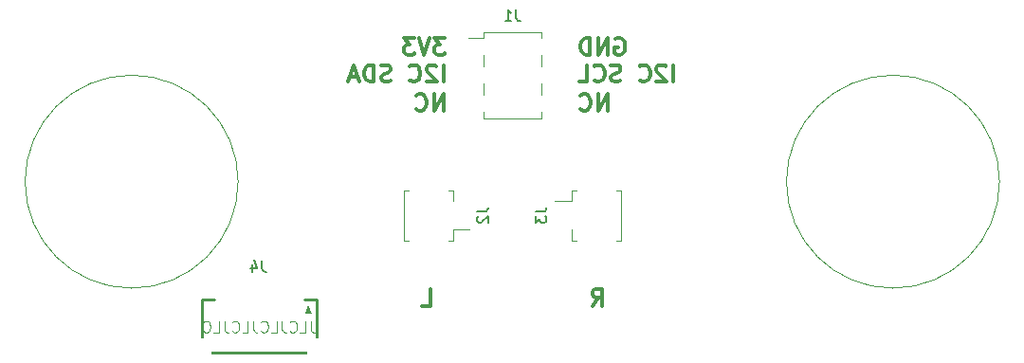
<source format=gbo>
%TF.GenerationSoftware,KiCad,Pcbnew,(5.1.5)-3*%
%TF.CreationDate,2020-05-31T21:31:08+02:00*%
%TF.ProjectId,speaker_grill,73706561-6b65-4725-9f67-72696c6c2e6b,rev?*%
%TF.SameCoordinates,PXbebc200PY5f5e100*%
%TF.FileFunction,Legend,Bot*%
%TF.FilePolarity,Positive*%
%FSLAX46Y46*%
G04 Gerber Fmt 4.6, Leading zero omitted, Abs format (unit mm)*
G04 Created by KiCad (PCBNEW (5.1.5)-3) date 2020-05-31 21:31:08*
%MOMM*%
%LPD*%
G04 APERTURE LIST*
%ADD10C,0.100000*%
%ADD11C,0.300000*%
%ADD12C,0.120000*%
%ADD13C,0.254000*%
%ADD14C,0.150000*%
%ADD15C,0.400000*%
%ADD16R,1.500000X1.900000*%
%ADD17R,0.700000X2.600000*%
%ADD18R,3.100000X1.100000*%
G04 APERTURE END LIST*
D10*
X-68005953Y11547620D02*
X-68005953Y10833334D01*
X-67958334Y10690477D01*
X-67863096Y10595239D01*
X-67720239Y10547620D01*
X-67625000Y10547620D01*
X-68958334Y10547620D02*
X-68482143Y10547620D01*
X-68482143Y11547620D01*
X-69863096Y10642858D02*
X-69815477Y10595239D01*
X-69672620Y10547620D01*
X-69577381Y10547620D01*
X-69434524Y10595239D01*
X-69339286Y10690477D01*
X-69291667Y10785715D01*
X-69244048Y10976191D01*
X-69244048Y11119048D01*
X-69291667Y11309524D01*
X-69339286Y11404762D01*
X-69434524Y11500000D01*
X-69577381Y11547620D01*
X-69672620Y11547620D01*
X-69815477Y11500000D01*
X-69863096Y11452381D01*
X-70577381Y11547620D02*
X-70577381Y10833334D01*
X-70529762Y10690477D01*
X-70434524Y10595239D01*
X-70291667Y10547620D01*
X-70196429Y10547620D01*
X-71529762Y10547620D02*
X-71053572Y10547620D01*
X-71053572Y11547620D01*
X-72434524Y10642858D02*
X-72386905Y10595239D01*
X-72244048Y10547620D01*
X-72148810Y10547620D01*
X-72005953Y10595239D01*
X-71910715Y10690477D01*
X-71863096Y10785715D01*
X-71815477Y10976191D01*
X-71815477Y11119048D01*
X-71863096Y11309524D01*
X-71910715Y11404762D01*
X-72005953Y11500000D01*
X-72148810Y11547620D01*
X-72244048Y11547620D01*
X-72386905Y11500000D01*
X-72434524Y11452381D01*
X-73148810Y11547620D02*
X-73148810Y10833334D01*
X-73101191Y10690477D01*
X-73005953Y10595239D01*
X-72863096Y10547620D01*
X-72767858Y10547620D01*
X-74101191Y10547620D02*
X-73625000Y10547620D01*
X-73625000Y11547620D01*
X-75005953Y10642858D02*
X-74958334Y10595239D01*
X-74815477Y10547620D01*
X-74720239Y10547620D01*
X-74577381Y10595239D01*
X-74482143Y10690477D01*
X-74434524Y10785715D01*
X-74386905Y10976191D01*
X-74386905Y11119048D01*
X-74434524Y11309524D01*
X-74482143Y11404762D01*
X-74577381Y11500000D01*
X-74720239Y11547620D01*
X-74815477Y11547620D01*
X-74958334Y11500000D01*
X-75005953Y11452381D01*
X-75720239Y11547620D02*
X-75720239Y10833334D01*
X-75672620Y10690477D01*
X-75577381Y10595239D01*
X-75434524Y10547620D01*
X-75339286Y10547620D01*
X-76672620Y10547620D02*
X-76196429Y10547620D01*
X-76196429Y11547620D01*
X-77577381Y10642858D02*
X-77529762Y10595239D01*
X-77386905Y10547620D01*
X-77291667Y10547620D01*
X-77148810Y10595239D01*
X-77053572Y10690477D01*
X-77005953Y10785715D01*
X-76958334Y10976191D01*
X-76958334Y11119048D01*
X-77005953Y11309524D01*
X-77053572Y11404762D01*
X-77148810Y11500000D01*
X-77291667Y11547620D01*
X-77386905Y11547620D01*
X-77529762Y11500000D01*
X-77577381Y11452381D01*
D11*
X-58064286Y12921429D02*
X-57350000Y12921429D01*
X-57350000Y14421429D01*
X-42864286Y12921429D02*
X-42364286Y13635715D01*
X-42007143Y12921429D02*
X-42007143Y14421429D01*
X-42578572Y14421429D01*
X-42721429Y14350000D01*
X-42792858Y14278572D01*
X-42864286Y14135715D01*
X-42864286Y13921429D01*
X-42792858Y13778572D01*
X-42721429Y13707143D01*
X-42578572Y13635715D01*
X-42007143Y13635715D01*
X-56152143Y30321429D02*
X-56152143Y31821429D01*
X-57009286Y30321429D01*
X-57009286Y31821429D01*
X-58580715Y30464286D02*
X-58509286Y30392858D01*
X-58295000Y30321429D01*
X-58152143Y30321429D01*
X-57937858Y30392858D01*
X-57795000Y30535715D01*
X-57723572Y30678572D01*
X-57652143Y30964286D01*
X-57652143Y31178572D01*
X-57723572Y31464286D01*
X-57795000Y31607143D01*
X-57937858Y31750000D01*
X-58152143Y31821429D01*
X-58295000Y31821429D01*
X-58509286Y31750000D01*
X-58580715Y31678572D01*
X-56152143Y32921429D02*
X-56152143Y34421429D01*
X-56795000Y34278572D02*
X-56866429Y34350000D01*
X-57009286Y34421429D01*
X-57366429Y34421429D01*
X-57509286Y34350000D01*
X-57580715Y34278572D01*
X-57652143Y34135715D01*
X-57652143Y33992858D01*
X-57580715Y33778572D01*
X-56723572Y32921429D01*
X-57652143Y32921429D01*
X-59152143Y33064286D02*
X-59080715Y32992858D01*
X-58866429Y32921429D01*
X-58723572Y32921429D01*
X-58509286Y32992858D01*
X-58366429Y33135715D01*
X-58295000Y33278572D01*
X-58223572Y33564286D01*
X-58223572Y33778572D01*
X-58295000Y34064286D01*
X-58366429Y34207143D01*
X-58509286Y34350000D01*
X-58723572Y34421429D01*
X-58866429Y34421429D01*
X-59080715Y34350000D01*
X-59152143Y34278572D01*
X-60866429Y32992858D02*
X-61080715Y32921429D01*
X-61437858Y32921429D01*
X-61580715Y32992858D01*
X-61652143Y33064286D01*
X-61723572Y33207143D01*
X-61723572Y33350000D01*
X-61652143Y33492858D01*
X-61580715Y33564286D01*
X-61437858Y33635715D01*
X-61152143Y33707143D01*
X-61009286Y33778572D01*
X-60937858Y33850000D01*
X-60866429Y33992858D01*
X-60866429Y34135715D01*
X-60937858Y34278572D01*
X-61009286Y34350000D01*
X-61152143Y34421429D01*
X-61509286Y34421429D01*
X-61723572Y34350000D01*
X-62366429Y32921429D02*
X-62366429Y34421429D01*
X-62723572Y34421429D01*
X-62937858Y34350000D01*
X-63080715Y34207143D01*
X-63152143Y34064286D01*
X-63223572Y33778572D01*
X-63223572Y33564286D01*
X-63152143Y33278572D01*
X-63080715Y33135715D01*
X-62937858Y32992858D01*
X-62723572Y32921429D01*
X-62366429Y32921429D01*
X-63795000Y33350000D02*
X-64509286Y33350000D01*
X-63652143Y32921429D02*
X-64152143Y34421429D01*
X-64652143Y32921429D01*
X-56009286Y36821429D02*
X-56937858Y36821429D01*
X-56437858Y36250000D01*
X-56652143Y36250000D01*
X-56795000Y36178572D01*
X-56866429Y36107143D01*
X-56937858Y35964286D01*
X-56937858Y35607143D01*
X-56866429Y35464286D01*
X-56795000Y35392858D01*
X-56652143Y35321429D01*
X-56223572Y35321429D01*
X-56080715Y35392858D01*
X-56009286Y35464286D01*
X-57366429Y36821429D02*
X-57866429Y35321429D01*
X-58366429Y36821429D01*
X-58723572Y36821429D02*
X-59652143Y36821429D01*
X-59152143Y36250000D01*
X-59366429Y36250000D01*
X-59509286Y36178572D01*
X-59580715Y36107143D01*
X-59652143Y35964286D01*
X-59652143Y35607143D01*
X-59580715Y35464286D01*
X-59509286Y35392858D01*
X-59366429Y35321429D01*
X-58937858Y35321429D01*
X-58795000Y35392858D01*
X-58723572Y35464286D01*
X-41490715Y30321429D02*
X-41490715Y31821429D01*
X-42347858Y30321429D01*
X-42347858Y31821429D01*
X-43919286Y30464286D02*
X-43847858Y30392858D01*
X-43633572Y30321429D01*
X-43490715Y30321429D01*
X-43276429Y30392858D01*
X-43133572Y30535715D01*
X-43062143Y30678572D01*
X-42990715Y30964286D01*
X-42990715Y31178572D01*
X-43062143Y31464286D01*
X-43133572Y31607143D01*
X-43276429Y31750000D01*
X-43490715Y31821429D01*
X-43633572Y31821429D01*
X-43847858Y31750000D01*
X-43919286Y31678572D01*
X-35633572Y32921429D02*
X-35633572Y34421429D01*
X-36276429Y34278572D02*
X-36347858Y34350000D01*
X-36490715Y34421429D01*
X-36847858Y34421429D01*
X-36990715Y34350000D01*
X-37062143Y34278572D01*
X-37133572Y34135715D01*
X-37133572Y33992858D01*
X-37062143Y33778572D01*
X-36205000Y32921429D01*
X-37133572Y32921429D01*
X-38633572Y33064286D02*
X-38562143Y32992858D01*
X-38347858Y32921429D01*
X-38205000Y32921429D01*
X-37990715Y32992858D01*
X-37847858Y33135715D01*
X-37776429Y33278572D01*
X-37705000Y33564286D01*
X-37705000Y33778572D01*
X-37776429Y34064286D01*
X-37847858Y34207143D01*
X-37990715Y34350000D01*
X-38205000Y34421429D01*
X-38347858Y34421429D01*
X-38562143Y34350000D01*
X-38633572Y34278572D01*
X-40347858Y32992858D02*
X-40562143Y32921429D01*
X-40919286Y32921429D01*
X-41062143Y32992858D01*
X-41133572Y33064286D01*
X-41205000Y33207143D01*
X-41205000Y33350000D01*
X-41133572Y33492858D01*
X-41062143Y33564286D01*
X-40919286Y33635715D01*
X-40633572Y33707143D01*
X-40490715Y33778572D01*
X-40419286Y33850000D01*
X-40347858Y33992858D01*
X-40347858Y34135715D01*
X-40419286Y34278572D01*
X-40490715Y34350000D01*
X-40633572Y34421429D01*
X-40990715Y34421429D01*
X-41205000Y34350000D01*
X-42705000Y33064286D02*
X-42633572Y32992858D01*
X-42419286Y32921429D01*
X-42276429Y32921429D01*
X-42062143Y32992858D01*
X-41919286Y33135715D01*
X-41847858Y33278572D01*
X-41776429Y33564286D01*
X-41776429Y33778572D01*
X-41847858Y34064286D01*
X-41919286Y34207143D01*
X-42062143Y34350000D01*
X-42276429Y34421429D01*
X-42419286Y34421429D01*
X-42633572Y34350000D01*
X-42705000Y34278572D01*
X-44062143Y32921429D02*
X-43347858Y32921429D01*
X-43347858Y34421429D01*
X-40776429Y36750000D02*
X-40633572Y36821429D01*
X-40419286Y36821429D01*
X-40205000Y36750000D01*
X-40062143Y36607143D01*
X-39990715Y36464286D01*
X-39919286Y36178572D01*
X-39919286Y35964286D01*
X-39990715Y35678572D01*
X-40062143Y35535715D01*
X-40205000Y35392858D01*
X-40419286Y35321429D01*
X-40562143Y35321429D01*
X-40776429Y35392858D01*
X-40847858Y35464286D01*
X-40847858Y35964286D01*
X-40562143Y35964286D01*
X-41490715Y35321429D02*
X-41490715Y36821429D01*
X-42347858Y35321429D01*
X-42347858Y36821429D01*
X-43062143Y35321429D02*
X-43062143Y36821429D01*
X-43419286Y36821429D01*
X-43633572Y36750000D01*
X-43776429Y36607143D01*
X-43847858Y36464286D01*
X-43919286Y36178572D01*
X-43919286Y35964286D01*
X-43847858Y35678572D01*
X-43776429Y35535715D01*
X-43633572Y35392858D01*
X-43419286Y35321429D01*
X-43062143Y35321429D01*
D12*
X-6499999Y24000000D02*
G75*
G03X-6499999Y24000000I-9513149J0D01*
G01*
X-74486851Y24000000D02*
G75*
G03X-74486851Y24000000I-9513149J0D01*
G01*
D13*
%TO.C,J4*%
X-67500000Y8700000D02*
X-67500000Y13500000D01*
X-77700000Y8700000D02*
X-77700000Y13500000D01*
X-67500000Y8700000D02*
X-77700000Y8700000D01*
X-67500000Y13500000D02*
X-68569000Y13500000D01*
X-76631000Y13500000D02*
X-77700000Y13500000D01*
D10*
G36*
X-67900000Y12200000D02*
G01*
X-68400000Y12200000D01*
X-68500000Y12200000D01*
X-68200000Y13000000D01*
X-67900000Y12200000D01*
G37*
D12*
%TO.C,J3*%
X-40290000Y18765000D02*
X-40740000Y18765000D01*
X-40290000Y23235000D02*
X-40290000Y18765000D01*
X-40740000Y23235000D02*
X-40290000Y23235000D01*
X-44710000Y18765000D02*
X-44710000Y19715000D01*
X-44260000Y18765000D02*
X-44710000Y18765000D01*
X-44710000Y22285000D02*
X-46200000Y22285000D01*
X-44710000Y23235000D02*
X-44710000Y22285000D01*
X-44260000Y23235000D02*
X-44710000Y23235000D01*
%TO.C,J2*%
X-59710000Y23235000D02*
X-59260000Y23235000D01*
X-59710000Y18765000D02*
X-59710000Y23235000D01*
X-59260000Y18765000D02*
X-59710000Y18765000D01*
X-55290000Y23235000D02*
X-55290000Y22285000D01*
X-55740000Y23235000D02*
X-55290000Y23235000D01*
X-55290000Y19715000D02*
X-53800000Y19715000D01*
X-55290000Y18765000D02*
X-55290000Y19715000D01*
X-55740000Y18765000D02*
X-55290000Y18765000D01*
%TO.C,J1*%
X-52600000Y36800000D02*
X-53960000Y36800000D01*
X-47400000Y30200000D02*
X-47400000Y29630000D01*
X-47400000Y32740000D02*
X-47400000Y31720000D01*
X-47400000Y35280000D02*
X-47400000Y34260000D01*
X-47400000Y37370000D02*
X-47400000Y36800000D01*
X-47400000Y29630000D02*
X-52600000Y29630000D01*
X-52600000Y30200000D02*
X-52600000Y29630000D01*
X-52600000Y32740000D02*
X-52600000Y31720000D01*
X-52600000Y35280000D02*
X-52600000Y34260000D01*
X-52600000Y37370000D02*
X-52600000Y36800000D01*
X-47400000Y37370000D02*
X-52600000Y37370000D01*
%TO.C,J4*%
D14*
X-72366667Y16947620D02*
X-72366667Y16233334D01*
X-72319048Y16090477D01*
X-72223810Y15995239D01*
X-72080953Y15947620D01*
X-71985715Y15947620D01*
X-73271429Y16614286D02*
X-73271429Y15947620D01*
X-73033334Y16995239D02*
X-72795239Y16280953D01*
X-73414286Y16280953D01*
%TO.C,J3*%
X-47947620Y21333334D02*
X-47233334Y21333334D01*
X-47090477Y21380953D01*
X-46995239Y21476191D01*
X-46947620Y21619048D01*
X-46947620Y21714286D01*
X-47947620Y20952381D02*
X-47947620Y20333334D01*
X-47566667Y20666667D01*
X-47566667Y20523810D01*
X-47519048Y20428572D01*
X-47471429Y20380953D01*
X-47376191Y20333334D01*
X-47138096Y20333334D01*
X-47042858Y20380953D01*
X-46995239Y20428572D01*
X-46947620Y20523810D01*
X-46947620Y20809524D01*
X-46995239Y20904762D01*
X-47042858Y20952381D01*
%TO.C,J2*%
X-53147620Y21333334D02*
X-52433334Y21333334D01*
X-52290477Y21380953D01*
X-52195239Y21476191D01*
X-52147620Y21619048D01*
X-52147620Y21714286D01*
X-53052381Y20904762D02*
X-53100000Y20857143D01*
X-53147620Y20761905D01*
X-53147620Y20523810D01*
X-53100000Y20428572D01*
X-53052381Y20380953D01*
X-52957143Y20333334D01*
X-52861905Y20333334D01*
X-52719048Y20380953D01*
X-52147620Y20952381D01*
X-52147620Y20333334D01*
%TO.C,J1*%
X-49666667Y39357620D02*
X-49666667Y38643334D01*
X-49619048Y38500477D01*
X-49523810Y38405239D01*
X-49380953Y38357620D01*
X-49285715Y38357620D01*
X-50666667Y38357620D02*
X-50095239Y38357620D01*
X-50380953Y38357620D02*
X-50380953Y39357620D01*
X-50285715Y39214762D01*
X-50190477Y39119524D01*
X-50095239Y39071905D01*
%TD*%
%LPC*%
D11*
X-35483141Y9061119D02*
X-36196447Y9023736D01*
X-36136332Y9241467D02*
X-37319350Y7248249D01*
X-37184165Y7398387D02*
X-38325456Y7338575D01*
X-39087664Y6869469D02*
X-39020072Y6944538D01*
X-38888625Y7166007D01*
X-38824771Y7312407D01*
X-38764655Y7530137D01*
X-38712016Y7890529D01*
X-38726969Y8175851D01*
X-38816991Y8528767D01*
X-38899537Y8739020D01*
X-38978344Y8877943D01*
X-39132220Y9084459D01*
X-39207289Y9152051D01*
X-40052042Y8893200D02*
X-40194704Y8885723D01*
X-40333627Y8806916D01*
X-40401219Y8731847D01*
X-40465073Y8585447D01*
X-40521451Y8296386D01*
X-40502760Y7939733D01*
X-40416476Y7658149D01*
X-40337669Y7519225D01*
X-40262600Y7451633D01*
X-40116200Y7387779D01*
X-39973539Y7395256D01*
X-39834615Y7474063D01*
X-39767023Y7549132D01*
X-39703169Y7695531D01*
X-39646791Y7984592D01*
X-39665483Y8341246D01*
X-39751767Y8622830D01*
X-39830574Y8761753D01*
X-39905643Y8829346D01*
X-40052042Y8893200D01*
X-41122306Y7478104D02*
X-41189898Y7403035D01*
X-41114829Y7335443D01*
X-41047237Y7410512D01*
X-41122306Y7478104D01*
X-41114829Y7335443D01*
X-42042128Y7286845D02*
X-41903205Y7365653D01*
X-41835613Y7440722D01*
X-41771759Y7587121D01*
X-41794188Y8015105D01*
X-41872996Y8154028D01*
X-41948065Y8221621D01*
X-42094464Y8285475D01*
X-42308456Y8274260D01*
X-42447379Y8195453D01*
X-42514972Y8120384D01*
X-42578826Y7973984D01*
X-42556396Y7546000D01*
X-42477589Y7407077D01*
X-42402520Y7339485D01*
X-42256120Y7275630D01*
X-42042128Y7286845D01*
X-43010852Y6663864D02*
X-43085921Y6731456D01*
X-43239797Y6937972D01*
X-43318604Y7076895D01*
X-43401150Y7287149D01*
X-43491172Y7640064D01*
X-43506125Y7925387D01*
X-43453485Y8285778D01*
X-43393370Y8503509D01*
X-43329516Y8649908D01*
X-43198069Y8871377D01*
X-43130477Y8946446D01*
X-43817919Y7050727D02*
X-44959210Y6990914D01*
X-46475542Y8628085D02*
X-45090656Y6769446D01*
X-46682058Y8474209D02*
X-47395364Y8436826D01*
X-2121394Y36531697D02*
X-2199898Y38029642D01*
X-2643139Y36933513D01*
X-3198528Y37977306D01*
X-3120024Y36479361D01*
X-4047323Y36430764D02*
X-3908400Y36509571D01*
X-3840807Y36584640D01*
X-3776953Y36731039D01*
X-3799383Y37159024D01*
X-3878190Y37297947D01*
X-3953259Y37365539D01*
X-4099659Y37429393D01*
X-4313651Y37418178D01*
X-4452574Y37339371D01*
X-4520166Y37264302D01*
X-4584020Y37117902D01*
X-4561591Y36689918D01*
X-4482783Y36550995D01*
X-4407714Y36483403D01*
X-4261315Y36419549D01*
X-4047323Y36430764D01*
X-5188614Y36370951D02*
X-5240950Y37369581D01*
X-5225996Y37084258D02*
X-5304804Y37223181D01*
X-5379873Y37290773D01*
X-5526272Y37354627D01*
X-5668934Y37347151D01*
X-6690296Y36363778D02*
X-6543897Y36299924D01*
X-6258574Y36314877D01*
X-6119651Y36393684D01*
X-6055797Y36540084D01*
X-6085703Y37110729D01*
X-6164510Y37249652D01*
X-6310910Y37313506D01*
X-6596233Y37298553D01*
X-6735156Y37219746D01*
X-6799010Y37073346D01*
X-6791533Y36930685D01*
X-6070750Y36825406D01*
X-8593492Y37193881D02*
X-8541156Y36195252D01*
X-8586015Y37051220D02*
X-8661084Y37118812D01*
X-8807484Y37182666D01*
X-9021476Y37171452D01*
X-9160399Y37092644D01*
X-9224253Y36946245D01*
X-9183132Y36161607D01*
X-10110431Y36113010D02*
X-9971508Y36191817D01*
X-9903915Y36266886D01*
X-9840061Y36413285D01*
X-9862491Y36841270D01*
X-9941298Y36980193D01*
X-10016367Y37047785D01*
X-10162767Y37111639D01*
X-10376759Y37100424D01*
X-10515682Y37021617D01*
X-10583274Y36946548D01*
X-10647128Y36800148D01*
X-10624699Y36372164D01*
X-10545891Y36233241D01*
X-10470822Y36165649D01*
X-10324423Y36101795D01*
X-10110431Y36113010D01*
X-11251722Y36053197D02*
X-11304057Y37051827D01*
X-11330225Y37551141D02*
X-11255157Y37483549D01*
X-11322749Y37408480D01*
X-11397818Y37476072D01*
X-11330225Y37551141D01*
X-11322749Y37408480D01*
X-11897436Y36090883D02*
X-12036359Y36012076D01*
X-12321682Y35997123D01*
X-12468081Y36060977D01*
X-12546889Y36199900D01*
X-12550627Y36271231D01*
X-12486773Y36417630D01*
X-12347850Y36496438D01*
X-12133858Y36507652D01*
X-11994935Y36586460D01*
X-11931080Y36732859D01*
X-11934819Y36804190D01*
X-12013626Y36943113D01*
X-12160026Y37006967D01*
X-12374018Y36995752D01*
X-12512941Y36916945D01*
X-13752034Y35993688D02*
X-13605634Y35929834D01*
X-13320311Y35944787D01*
X-13181388Y36023594D01*
X-13117534Y36169994D01*
X-13147440Y36740639D01*
X-13226248Y36879562D01*
X-13372647Y36943416D01*
X-13657970Y36928463D01*
X-13796893Y36849656D01*
X-13860747Y36703256D01*
X-13853271Y36560595D01*
X-13132487Y36455316D01*
X-15644014Y36609799D02*
X-16785305Y36549987D01*
X-16762875Y36122003D02*
X-15621584Y36181815D01*
X-17498612Y36512604D02*
X-18639903Y36452791D01*
X-18617473Y36024807D02*
X-17476182Y36084620D01*
X-20453379Y35570959D02*
X-20505715Y36569588D01*
X-20498239Y36426927D02*
X-20573308Y36494519D01*
X-20719707Y36558373D01*
X-20933699Y36547158D01*
X-21072623Y36468351D01*
X-21136477Y36321952D01*
X-21095356Y35537314D01*
X-21136477Y36321952D02*
X-21215284Y36460875D01*
X-21361684Y36524729D01*
X-21575676Y36513514D01*
X-21714599Y36434707D01*
X-21778453Y36288307D01*
X-21737332Y35503669D01*
X-22664631Y35455072D02*
X-22525707Y35533879D01*
X-22458115Y35608948D01*
X-22394261Y35755348D01*
X-22416691Y36183332D01*
X-22495498Y36322255D01*
X-22570567Y36389847D01*
X-22716966Y36453701D01*
X-22930959Y36442487D01*
X-23069882Y36363679D01*
X-23137474Y36288610D01*
X-23201328Y36142211D01*
X-23178898Y35714227D01*
X-23100091Y35575303D01*
X-23025022Y35507711D01*
X-22878623Y35443857D01*
X-22664631Y35455072D01*
X-23805921Y35395259D02*
X-23858257Y36393889D01*
X-23843304Y36108566D02*
X-23922111Y36247489D01*
X-23997180Y36315082D01*
X-24143580Y36378936D01*
X-24286241Y36371459D01*
X-25307604Y35388086D02*
X-25161204Y35324232D01*
X-24875882Y35339185D01*
X-24736959Y35417992D01*
X-24673104Y35564392D01*
X-24703011Y36135037D01*
X-24781818Y36273960D01*
X-24928218Y36337815D01*
X-25213540Y36322861D01*
X-25352463Y36244054D01*
X-25416317Y36097655D01*
X-25408841Y35954993D01*
X-24688058Y35849715D01*
X-27158463Y35219560D02*
X-27236967Y36717504D01*
X-27207061Y36146859D02*
X-27353461Y36210713D01*
X-27638783Y36195760D01*
X-27777707Y36116953D01*
X-27845299Y36041884D01*
X-27909153Y35895484D01*
X-27886723Y35467500D01*
X-27807916Y35328577D01*
X-27732847Y35260984D01*
X-27586448Y35197130D01*
X-27301125Y35212083D01*
X-27162202Y35290891D01*
X-29088130Y35189957D02*
X-28941730Y35126103D01*
X-28656408Y35141056D01*
X-28517485Y35219863D01*
X-28453631Y35366263D01*
X-28483537Y35936908D01*
X-28562344Y36075832D01*
X-28708744Y36139686D01*
X-28994066Y36124732D01*
X-29132989Y36045925D01*
X-29196844Y35899526D01*
X-29189367Y35756864D01*
X-28468584Y35651586D01*
X-29636043Y36091088D02*
X-30206688Y36061182D01*
X-29876203Y36579188D02*
X-29808913Y35295236D01*
X-29872768Y35148836D01*
X-30011691Y35070029D01*
X-30154352Y35062552D01*
X-30492011Y36046229D02*
X-31062656Y36016322D01*
X-30732171Y36534328D02*
X-30664882Y35250376D01*
X-30728736Y35103977D01*
X-30867659Y35025169D01*
X-31010320Y35017693D01*
X-32084019Y35032949D02*
X-31937619Y34969095D01*
X-31652296Y34984048D01*
X-31513373Y35062855D01*
X-31449519Y35209255D01*
X-31479425Y35779901D01*
X-31558233Y35918824D01*
X-31704632Y35982678D01*
X-31989955Y35967725D01*
X-32128878Y35888917D01*
X-32192732Y35742518D01*
X-32185256Y35599856D01*
X-31464472Y35494578D01*
X-32793587Y34924236D02*
X-32845923Y35922865D01*
X-32830970Y35637543D02*
X-32909777Y35776466D01*
X-32984846Y35844058D01*
X-33131246Y35907912D01*
X-33273907Y35900436D01*
X-53994143Y3966764D02*
X-53889508Y5463110D01*
X-54849197Y4026555D01*
X-54744563Y5522901D01*
X-55775507Y4091329D02*
X-55628015Y4152618D01*
X-55551778Y4218890D01*
X-55470558Y4356417D01*
X-55440663Y4783944D01*
X-55501952Y4931436D01*
X-55568224Y5007673D01*
X-55705750Y5088893D01*
X-55919514Y5103841D01*
X-56067006Y5042551D01*
X-56143243Y4976280D01*
X-56224463Y4838753D01*
X-56254358Y4411226D01*
X-56193069Y4263734D01*
X-56126797Y4187497D01*
X-55989271Y4106277D01*
X-55775507Y4091329D01*
X-57979416Y4317044D02*
X-58198162Y4260738D01*
X-58554435Y4285651D01*
X-58691962Y4366870D01*
X-58758234Y4443108D01*
X-58819523Y4590599D01*
X-58809558Y4733108D01*
X-58728338Y4870635D01*
X-58652101Y4936907D01*
X-58504609Y4998196D01*
X-58214608Y5049520D01*
X-58067117Y5110810D01*
X-57990879Y5177082D01*
X-57909660Y5314608D01*
X-57899694Y5457118D01*
X-57960984Y5604609D01*
X-58027256Y5680846D01*
X-58164782Y5762066D01*
X-58521055Y5786979D01*
X-58739802Y5730672D01*
X-59162346Y5831823D02*
X-60017401Y5891614D01*
X-59694509Y4365372D02*
X-59589874Y5861718D01*
X-60620818Y4430146D02*
X-60516183Y5926492D01*
X-61089704Y4892552D01*
X-61513747Y5996249D01*
X-61618382Y4499903D01*
X-62083784Y6036110D02*
X-63010093Y6100883D01*
X-62551172Y5495969D01*
X-62764936Y5510916D01*
X-62912428Y5449627D01*
X-62988665Y5383355D01*
X-63069885Y5245828D01*
X-63094798Y4889556D01*
X-63033508Y4742064D01*
X-62967236Y4665827D01*
X-62829710Y4584607D01*
X-62402182Y4554711D01*
X-62254691Y4616001D01*
X-62178453Y4682273D01*
X-63590095Y5998235D02*
X-63656367Y6074472D01*
X-63793894Y6155692D01*
X-64150167Y6180605D01*
X-64297658Y6119316D01*
X-64373896Y6053044D01*
X-64455115Y5915517D01*
X-64465081Y5773008D01*
X-64408774Y5554262D01*
X-63613510Y4639416D01*
X-64539820Y4704189D01*
X-65104874Y4815305D02*
X-65252365Y4754015D01*
X-65537384Y4773946D01*
X-65674910Y4855166D01*
X-65736200Y5002657D01*
X-65731217Y5073912D01*
X-65649997Y5211439D01*
X-65502505Y5272728D01*
X-65288742Y5257780D01*
X-65141250Y5319069D01*
X-65060030Y5456596D01*
X-65055048Y5527851D01*
X-65116337Y5675342D01*
X-65253863Y5756562D01*
X-65467627Y5771510D01*
X-65615119Y5710221D01*
X-67320246Y5901058D02*
X-67675021Y4923424D01*
X-67910213Y5655900D01*
X-68245058Y4963285D01*
X-68460319Y5980779D01*
X-69665166Y5134192D02*
X-69527640Y5052972D01*
X-69242622Y5033041D01*
X-69095130Y5094331D01*
X-69013910Y5231857D01*
X-68974049Y5801894D01*
X-69035339Y5949386D01*
X-69172865Y6030605D01*
X-69457883Y6050536D01*
X-69605375Y5989246D01*
X-69686595Y5851720D01*
X-69696560Y5709211D01*
X-68993980Y5516876D01*
X-70382695Y5112763D02*
X-70312938Y6110327D01*
X-70332869Y5825309D02*
X-70394158Y5972801D01*
X-70460430Y6049038D01*
X-70597957Y6130258D01*
X-70740466Y6140223D01*
X-71874058Y5288652D02*
X-71736532Y5207433D01*
X-71451513Y5187502D01*
X-71304022Y5248791D01*
X-71222802Y5386318D01*
X-71182941Y5956355D01*
X-71244230Y6103846D01*
X-71381757Y6185066D01*
X-71666775Y6204997D01*
X-71814267Y6143707D01*
X-71895487Y6006181D01*
X-71905452Y5863672D01*
X-71202871Y5671336D01*
X-73731660Y5346945D02*
X-73627025Y6843292D01*
X-74372951Y5391789D02*
X-74318142Y6175589D01*
X-74236923Y6313116D01*
X-74089431Y6374405D01*
X-73875667Y6359457D01*
X-73738140Y6278238D01*
X-73671869Y6202000D01*
X-75726788Y5486458D02*
X-75671979Y6270259D01*
X-75590759Y6407785D01*
X-75443268Y6469075D01*
X-75158249Y6449144D01*
X-75020723Y6367924D01*
X-75721805Y5557713D02*
X-75584279Y5476493D01*
X-75228006Y5451580D01*
X-75080514Y5512870D01*
X-74999294Y5650396D01*
X-74989329Y5792905D01*
X-75050618Y5940397D01*
X-75188145Y6021617D01*
X-75544418Y6046530D01*
X-75681944Y6127750D01*
X-76439334Y5536284D02*
X-76369577Y6533849D01*
X-76389508Y6248830D02*
X-76450797Y6396322D01*
X-76517069Y6472559D01*
X-76654595Y6553779D01*
X-76797105Y6563744D01*
X-77365643Y5601058D02*
X-77295887Y6598622D01*
X-77305852Y6456113D02*
X-77372124Y6532350D01*
X-77509650Y6613570D01*
X-77723414Y6628518D01*
X-77870906Y6567229D01*
X-77952126Y6429702D01*
X-78006934Y5645902D01*
X-77952126Y6429702D02*
X-78013415Y6577194D01*
X-78150942Y6658414D01*
X-78364705Y6673361D01*
X-78512197Y6612072D01*
X-78593417Y6474546D01*
X-78648225Y5690745D01*
X-79925825Y5851687D02*
X-79788299Y5770467D01*
X-79503280Y5750537D01*
X-79355789Y5811826D01*
X-79274569Y5949352D01*
X-79234708Y6519389D01*
X-79295997Y6666881D01*
X-79433524Y6748101D01*
X-79718542Y6768031D01*
X-79866034Y6706742D01*
X-79947254Y6569215D01*
X-79957219Y6426706D01*
X-79254638Y6234371D01*
X-81284645Y5875102D02*
X-81180010Y7371448D01*
X-81279662Y5946356D02*
X-81142136Y5865136D01*
X-80857117Y5845206D01*
X-80709626Y5906495D01*
X-80633388Y5972767D01*
X-80552169Y6110294D01*
X-80522273Y6537821D01*
X-80583562Y6685313D01*
X-80649834Y6761550D01*
X-80787361Y6842770D01*
X-81072379Y6862700D01*
X-81219871Y6801411D01*
X-83137264Y6004649D02*
X-83067507Y7002213D01*
X-83032629Y7500995D02*
X-82966357Y7424758D01*
X-83042594Y7358486D01*
X-83108866Y7434723D01*
X-83032629Y7500995D01*
X-83042594Y7358486D01*
X-83780053Y7052039D02*
X-83849809Y6054475D01*
X-83790018Y6909530D02*
X-83856290Y6985768D01*
X-83993817Y7066987D01*
X-84207580Y7081935D01*
X-84355072Y7020646D01*
X-84436292Y6883119D01*
X-84491101Y6099319D01*
X-86060199Y7211483D02*
X-86630236Y7251344D01*
X-86239085Y7725213D02*
X-86328772Y6442630D01*
X-86409992Y6305104D01*
X-86557483Y6243814D01*
X-86699992Y6253780D01*
X-87198774Y6288658D02*
X-87094140Y7785004D01*
X-87840066Y6333501D02*
X-87785257Y7117302D01*
X-87704037Y7254828D01*
X-87556545Y7316118D01*
X-87342782Y7301170D01*
X-87205255Y7219950D01*
X-87138983Y7143713D01*
X-89117665Y6494443D02*
X-88980139Y6413223D01*
X-88695121Y6393293D01*
X-88547629Y6454582D01*
X-88466409Y6592109D01*
X-88426548Y7162145D01*
X-88487838Y7309637D01*
X-88625364Y7390857D01*
X-88910382Y7410787D01*
X-89057874Y7349498D01*
X-89139094Y7211971D01*
X-89149059Y7069462D01*
X-88446479Y6877127D01*
X-57843130Y2682127D02*
X-57947765Y1185781D01*
X-57848113Y2610872D02*
X-57985639Y2692092D01*
X-58270658Y2712022D01*
X-58418149Y2650733D01*
X-58494387Y2584461D01*
X-58575606Y2446934D01*
X-58605502Y2019407D01*
X-58544213Y1871915D01*
X-58477941Y1795678D01*
X-58340414Y1714458D01*
X-58055396Y1694528D01*
X-57907904Y1755817D01*
X-59266724Y1779232D02*
X-59196967Y2776796D01*
X-59216898Y2491778D02*
X-59278187Y2639270D01*
X-59344459Y2715507D01*
X-59481985Y2796727D01*
X-59624495Y2806692D01*
X-60406797Y1858954D02*
X-60259305Y1920243D01*
X-60183068Y1986515D01*
X-60101848Y2124042D01*
X-60071952Y2551569D01*
X-60133242Y2699061D01*
X-60199514Y2775298D01*
X-60337040Y2856518D01*
X-60550804Y2871466D01*
X-60698296Y2810176D01*
X-60774533Y2743904D01*
X-60855753Y2606378D01*
X-60885648Y2178850D01*
X-60824359Y2031359D01*
X-60758087Y1955121D01*
X-60620561Y1873902D01*
X-60406797Y1858954D01*
X-62188161Y1983519D02*
X-62083526Y3479865D01*
X-62183179Y2054774D02*
X-62045652Y1973554D01*
X-61760634Y1953623D01*
X-61613142Y2014913D01*
X-61536905Y2081185D01*
X-61455685Y2218711D01*
X-61425789Y2646239D01*
X-61487079Y2793730D01*
X-61553351Y2869968D01*
X-61690877Y2951187D01*
X-61975896Y2971118D01*
X-62123387Y2909828D01*
X-63472242Y3075752D02*
X-63541998Y2078188D01*
X-62830950Y3030909D02*
X-62885759Y2247109D01*
X-62966979Y2109582D01*
X-63114471Y2048293D01*
X-63328234Y2063241D01*
X-63465761Y2144460D01*
X-63532033Y2220698D01*
X-64890852Y2244113D02*
X-64753326Y2162893D01*
X-64468308Y2142962D01*
X-64320816Y2204252D01*
X-64244579Y2270524D01*
X-64163359Y2408050D01*
X-64133463Y2835578D01*
X-64194753Y2983069D01*
X-64261025Y3059307D01*
X-64398551Y3140526D01*
X-64683569Y3160457D01*
X-64831061Y3099167D01*
X-65253606Y3200318D02*
X-65823643Y3240178D01*
X-65432492Y3714047D02*
X-65522178Y2431465D01*
X-65603398Y2293939D01*
X-65750890Y2232649D01*
X-65893399Y2242614D01*
X-66392181Y2277493D02*
X-66322425Y3275057D01*
X-66287546Y3773839D02*
X-66221274Y3697602D01*
X-66297512Y3631330D01*
X-66363784Y3707567D01*
X-66287546Y3773839D01*
X-66297512Y3631330D01*
X-67318491Y2342267D02*
X-67170999Y2403556D01*
X-67094762Y2469828D01*
X-67013542Y2607354D01*
X-66983646Y3034882D01*
X-67044936Y3182374D01*
X-67111208Y3258611D01*
X-67248734Y3339831D01*
X-67462498Y3354778D01*
X-67609990Y3293489D01*
X-67686227Y3227217D01*
X-67767447Y3089690D01*
X-67797342Y2662163D01*
X-67736053Y2514671D01*
X-67669781Y2438434D01*
X-67532254Y2357214D01*
X-67318491Y2342267D01*
X-68388807Y3419552D02*
X-68458564Y2421988D01*
X-68398773Y3277043D02*
X-68465045Y3353280D01*
X-68602571Y3434500D01*
X-68816335Y3449448D01*
X-68963827Y3388159D01*
X-69045046Y3250632D01*
X-69099855Y2466832D01*
X-71166238Y2611327D02*
X-71018746Y2672617D01*
X-70942509Y2738889D01*
X-70861289Y2876415D01*
X-70831393Y3303943D01*
X-70892683Y3451434D01*
X-70958955Y3527671D01*
X-71096481Y3608891D01*
X-71310245Y3623839D01*
X-71457737Y3562550D01*
X-71533974Y3496278D01*
X-71615194Y3358751D01*
X-71645089Y2931224D01*
X-71583800Y2783732D01*
X-71517528Y2707495D01*
X-71380001Y2626275D01*
X-71166238Y2611327D01*
X-72022791Y3673665D02*
X-72592827Y3713526D01*
X-72306311Y2691049D02*
X-72216624Y3973631D01*
X-72277913Y4121123D01*
X-72415440Y4202343D01*
X-72557949Y4212308D01*
X-74017919Y3813178D02*
X-74587955Y3853039D01*
X-74196804Y4326908D02*
X-74286491Y3044326D01*
X-74367711Y2906799D01*
X-74515203Y2845510D01*
X-74657712Y2855475D01*
X-75156494Y2890353D02*
X-75051859Y4386699D01*
X-75797785Y2935197D02*
X-75742976Y3718997D01*
X-75661757Y3856523D01*
X-75514265Y3917813D01*
X-75300501Y3902865D01*
X-75162975Y3821645D01*
X-75096703Y3745408D01*
X-76510331Y2985023D02*
X-76440574Y3982587D01*
X-76405696Y4481369D02*
X-76339424Y4405131D01*
X-76415661Y4338860D01*
X-76481933Y4415097D01*
X-76405696Y4481369D01*
X-76415661Y4338860D01*
X-77146639Y3101121D02*
X-77294131Y3039831D01*
X-77579149Y3059762D01*
X-77716676Y3140981D01*
X-77777965Y3288473D01*
X-77772983Y3359728D01*
X-77691763Y3497254D01*
X-77544271Y3558544D01*
X-77330507Y3543596D01*
X-77183016Y3604885D01*
X-77101796Y3742412D01*
X-77096813Y3813666D01*
X-77158103Y3961158D01*
X-77295629Y4042378D01*
X-77509393Y4057326D01*
X-77656885Y3996036D01*
X-79574278Y3199275D02*
X-79469643Y4695621D01*
X-79509504Y4125584D02*
X-79647030Y4206804D01*
X-79932048Y4226734D01*
X-80079540Y4165445D01*
X-80155777Y4099173D01*
X-80236997Y3961646D01*
X-80266893Y3534119D01*
X-80205603Y3386627D01*
X-80139331Y3310390D01*
X-80001805Y3229170D01*
X-79716787Y3209240D01*
X-79569295Y3270529D01*
X-81569406Y3338788D02*
X-81514597Y4122588D01*
X-81433377Y4260114D01*
X-81285885Y4321404D01*
X-81000867Y4301473D01*
X-80863341Y4220254D01*
X-81564423Y3410042D02*
X-81426896Y3328822D01*
X-81070624Y3303909D01*
X-80923132Y3365199D01*
X-80841912Y3502725D01*
X-80831947Y3645234D01*
X-80893236Y3792726D01*
X-81030763Y3873946D01*
X-81387036Y3898859D01*
X-81524562Y3980079D01*
X-82923243Y3433457D02*
X-82818608Y4929803D01*
X-82918260Y3504712D02*
X-82780733Y3423492D01*
X-82495715Y3403561D01*
X-82348223Y3464851D01*
X-82271986Y3531123D01*
X-82190766Y3668649D01*
X-82160871Y4096177D01*
X-82222160Y4243669D01*
X-82288432Y4319906D01*
X-82425959Y4401125D01*
X-82710977Y4421056D01*
X-82858469Y4359767D01*
X-84207323Y4525691D02*
X-84292027Y3314363D01*
X-84230738Y3166871D01*
X-84164466Y3090634D01*
X-84026939Y3009414D01*
X-83813176Y2994466D01*
X-83665684Y3055756D01*
X-84272097Y3599381D02*
X-84134570Y3518161D01*
X-83849552Y3498231D01*
X-83702060Y3559520D01*
X-83625823Y3625792D01*
X-83544603Y3763319D01*
X-83514708Y4190846D01*
X-83575997Y4338338D01*
X-83642269Y4414575D01*
X-83779796Y4495795D01*
X-84064814Y4515725D01*
X-84212306Y4454436D01*
X-85554679Y3689068D02*
X-85417153Y3607848D01*
X-85132134Y3587918D01*
X-84984643Y3649207D01*
X-84903423Y3786734D01*
X-84863562Y4356770D01*
X-84924851Y4504262D01*
X-85062378Y4585482D01*
X-85347396Y4605412D01*
X-85494888Y4544123D01*
X-85576108Y4406596D01*
X-85586073Y4264087D01*
X-84883492Y4071752D01*
X-71087982Y37745860D02*
X-70652138Y38501006D01*
X-70234101Y37820565D02*
X-70364834Y39314857D01*
X-70934088Y39265054D01*
X-71070176Y39181446D01*
X-71135108Y39104064D01*
X-71193814Y38955525D01*
X-71175137Y38742055D01*
X-71091530Y38605967D01*
X-71014148Y38541035D01*
X-70865609Y38482329D01*
X-70296355Y38532133D01*
X-72455959Y38629997D02*
X-72368803Y37633803D01*
X-71815548Y38686026D02*
X-71747069Y37903302D01*
X-71805775Y37754763D01*
X-71941863Y37671155D01*
X-72155333Y37652479D01*
X-72303872Y37711185D01*
X-72381254Y37776116D01*
X-73167527Y38567743D02*
X-73080371Y37571549D01*
X-73155076Y38425430D02*
X-73232458Y38490361D01*
X-73380997Y38549067D01*
X-73594467Y38530391D01*
X-73730556Y38446783D01*
X-73789262Y38298244D01*
X-73720782Y37515520D01*
X-74367418Y37530648D02*
X-74503506Y37447040D01*
X-74788133Y37422139D01*
X-74936672Y37480845D01*
X-75020280Y37616933D01*
X-75026505Y37688090D01*
X-74967799Y37836629D01*
X-74831711Y37920236D01*
X-74618241Y37938912D01*
X-74482153Y38022520D01*
X-74423447Y38171059D01*
X-74429672Y38242216D01*
X-74513280Y38378304D01*
X-74661819Y38437010D01*
X-74875289Y38418333D01*
X-75011377Y38334726D01*
X-77420934Y37191799D02*
X-77489413Y37974523D01*
X-77430707Y38123062D01*
X-77294619Y38206670D01*
X-77009992Y38231571D01*
X-76861453Y38172865D01*
X-77427159Y37262955D02*
X-77278620Y37204249D01*
X-76922836Y37235376D01*
X-76786748Y37318984D01*
X-76728042Y37467523D01*
X-76740493Y37609837D01*
X-76824101Y37745925D01*
X-76972640Y37804631D01*
X-77328423Y37773504D01*
X-77476962Y37832209D01*
X-78219657Y38125739D02*
X-78132501Y37129545D01*
X-78207206Y37983426D02*
X-78284588Y38048357D01*
X-78433127Y38107063D01*
X-78646598Y38088387D01*
X-78782686Y38004779D01*
X-78841392Y37856240D01*
X-78772912Y37073516D01*
X-80124891Y36955233D02*
X-80255624Y38449525D01*
X-80131116Y37026390D02*
X-79982577Y36967684D01*
X-79697950Y36992585D01*
X-79561862Y37076193D01*
X-79496931Y37153575D01*
X-79438225Y37302114D01*
X-79475577Y37729055D01*
X-79559185Y37865143D01*
X-79636567Y37930074D01*
X-79785106Y37988780D01*
X-80069733Y37963879D01*
X-80205821Y37880271D01*
X-82621603Y36808500D02*
X-82473064Y36749794D01*
X-82188437Y36774696D01*
X-82052349Y36858304D01*
X-81987417Y36935686D01*
X-81928712Y37084225D01*
X-81966064Y37511165D01*
X-82049672Y37647254D01*
X-82127054Y37712185D01*
X-82275593Y37770891D01*
X-82560220Y37745989D01*
X-82696308Y37662382D01*
X-83469259Y36662639D02*
X-83333171Y36746246D01*
X-83268239Y36823629D01*
X-83209533Y36972167D01*
X-83246886Y37399108D01*
X-83330493Y37535196D01*
X-83407876Y37600128D01*
X-83556414Y37658833D01*
X-83769885Y37640157D01*
X-83905973Y37556550D01*
X-83970904Y37479167D01*
X-84029610Y37330629D01*
X-83992258Y36903688D01*
X-83908650Y36767600D01*
X-83831268Y36702668D01*
X-83682729Y36643963D01*
X-83469259Y36662639D01*
X-84694923Y37559227D02*
X-84607767Y36563032D01*
X-84682472Y37416913D02*
X-84759854Y37481845D01*
X-84908393Y37540551D01*
X-85121863Y37521874D01*
X-85257951Y37438267D01*
X-85316657Y37289728D01*
X-85248178Y36507003D01*
X-85833431Y37459620D02*
X-86402685Y37409817D01*
X-86090479Y37939041D02*
X-85978422Y36658220D01*
X-86037128Y36509681D01*
X-86173216Y36426073D01*
X-86315529Y36413622D01*
X-86813627Y36370044D02*
X-86900782Y37366239D01*
X-86875881Y37081612D02*
X-86959488Y37217700D01*
X-87036870Y37282632D01*
X-87185409Y37341338D01*
X-87327723Y37328887D01*
X-87738665Y36289114D02*
X-87825820Y37285309D01*
X-87869398Y37783406D02*
X-87792016Y37718475D01*
X-87856947Y37641093D01*
X-87934330Y37706024D01*
X-87869398Y37783406D01*
X-87856947Y37641093D01*
X-88450232Y36226860D02*
X-88580966Y37721152D01*
X-88531163Y37151898D02*
X-88679701Y37210604D01*
X-88964329Y37185702D01*
X-89100417Y37102095D01*
X-89165348Y37024713D01*
X-89224054Y36876174D01*
X-89186701Y36449233D01*
X-89103094Y36313145D01*
X-89025712Y36248214D01*
X-88877173Y36189508D01*
X-88592546Y36214409D01*
X-88456458Y36298017D01*
X-90529777Y37048743D02*
X-90442622Y36052549D01*
X-89889366Y37104772D02*
X-89820887Y36322048D01*
X-89879593Y36173509D01*
X-90015681Y36089901D01*
X-90229151Y36071225D01*
X-90377690Y36129931D01*
X-90455072Y36194862D01*
X-91027875Y37005165D02*
X-91597129Y36955362D01*
X-91284923Y37484586D02*
X-91172865Y36203765D01*
X-91231571Y36055226D01*
X-91367660Y35971618D01*
X-91509973Y35959167D01*
X-92583550Y35936943D02*
X-92435011Y35878237D01*
X-92150384Y35903139D01*
X-92014296Y35986746D01*
X-91955590Y36135285D01*
X-92005393Y36704539D01*
X-92089001Y36840627D01*
X-92237540Y36899333D01*
X-92522167Y36874432D01*
X-92658255Y36790824D01*
X-92716961Y36642285D01*
X-92704510Y36499972D01*
X-91980492Y36419912D01*
X-93223961Y35880914D02*
X-93360049Y35797307D01*
X-93644676Y35772405D01*
X-93793215Y35831111D01*
X-93876822Y35967199D01*
X-93883048Y36038356D01*
X-93824342Y36186895D01*
X-93688254Y36270502D01*
X-93474784Y36289179D01*
X-93338695Y36372786D01*
X-93279989Y36521325D01*
X-93286215Y36592482D01*
X-93369822Y36728570D01*
X-93518361Y36787276D01*
X-93731832Y36768600D01*
X-93867920Y36684992D01*
X-95510751Y36612965D02*
X-96080005Y36563161D01*
X-95767799Y37092386D02*
X-95655742Y35811564D01*
X-95714448Y35663025D01*
X-95850536Y35579417D01*
X-95992849Y35566967D01*
X-96704417Y35504712D02*
X-96568329Y35588320D01*
X-96503397Y35665702D01*
X-96444691Y35814241D01*
X-96482044Y36241182D01*
X-96565651Y36377270D01*
X-96643034Y36442201D01*
X-96791573Y36500907D01*
X-97005043Y36482231D01*
X-97141131Y36398623D01*
X-97206062Y36321241D01*
X-97264768Y36172702D01*
X-97227416Y35745762D01*
X-97143808Y35609674D01*
X-97066426Y35544742D01*
X-96917887Y35486036D01*
X-96704417Y35504712D01*
X-72573497Y35056154D02*
X-72704231Y36550446D01*
X-72654427Y35981192D02*
X-72802966Y36039898D01*
X-73087593Y36014997D01*
X-73223682Y35931389D01*
X-73288613Y35854007D01*
X-73347319Y35705468D01*
X-73309966Y35278527D01*
X-73226359Y35142439D01*
X-73148977Y35077508D01*
X-73000438Y35018802D01*
X-72715811Y35043703D01*
X-72579722Y35127311D01*
X-74565886Y34881843D02*
X-74634366Y35664567D01*
X-74575660Y35813106D01*
X-74439572Y35896714D01*
X-74154945Y35921615D01*
X-74006406Y35862909D01*
X-74572112Y34953000D02*
X-74423573Y34894294D01*
X-74067789Y34925421D01*
X-73931701Y35009028D01*
X-73872995Y35157567D01*
X-73885446Y35299881D01*
X-73969053Y35435969D01*
X-74117592Y35494675D01*
X-74473376Y35463548D01*
X-74621915Y35522254D01*
X-75917865Y34763560D02*
X-76048599Y36257852D01*
X-75924090Y34834717D02*
X-75775551Y34776011D01*
X-75490924Y34800912D01*
X-75354836Y34884520D01*
X-75289905Y34961902D01*
X-75231199Y35110441D01*
X-75268551Y35537382D01*
X-75352159Y35673470D01*
X-75429541Y35738401D01*
X-75578080Y35797107D01*
X-75862707Y35772206D01*
X-75998795Y35688598D01*
X-77356999Y35641472D02*
X-77251167Y34431807D01*
X-77167560Y34295719D01*
X-77090178Y34230787D01*
X-76941639Y34172082D01*
X-76728168Y34190758D01*
X-76592080Y34274365D01*
X-77276069Y34716434D02*
X-77127530Y34657728D01*
X-76842903Y34682630D01*
X-76706815Y34766237D01*
X-76641883Y34843619D01*
X-76583178Y34992158D01*
X-76620530Y35419099D01*
X-76704138Y35555187D01*
X-76781520Y35620118D01*
X-76930059Y35678824D01*
X-77214686Y35653923D01*
X-77350774Y35570315D01*
X-78556891Y34604377D02*
X-78408352Y34545671D01*
X-78123725Y34570572D01*
X-77987637Y34654180D01*
X-77928931Y34802719D01*
X-77978734Y35371973D01*
X-78062341Y35508061D01*
X-78210880Y35566767D01*
X-78495507Y35541865D01*
X-78631596Y35458258D01*
X-78690302Y35309719D01*
X-78677851Y35167405D01*
X-77953832Y35087346D01*
X-79274684Y34613279D02*
X-79339615Y34535897D01*
X-79262233Y34470966D01*
X-79197302Y34548348D01*
X-79274684Y34613279D01*
X-79262233Y34470966D01*
X-79847486Y35423583D02*
X-80416740Y35373779D01*
X-80104534Y35903004D02*
X-79992477Y34622182D01*
X-80051183Y34473643D01*
X-80187271Y34390035D01*
X-80329584Y34377585D01*
X-81403161Y34355360D02*
X-81254622Y34296654D01*
X-80969995Y34321556D01*
X-80833907Y34405163D01*
X-80775201Y34553702D01*
X-80825004Y35122957D01*
X-80908612Y35259045D01*
X-81057151Y35317751D01*
X-81341778Y35292849D01*
X-81477866Y35209241D01*
X-81536572Y35060702D01*
X-81524121Y34918389D01*
X-80800103Y34838329D01*
X-82748914Y34165921D02*
X-82817394Y34948645D01*
X-82758688Y35097184D01*
X-82622600Y35180792D01*
X-82337973Y35205693D01*
X-82189434Y35146987D01*
X-82755140Y34237077D02*
X-82606601Y34178371D01*
X-82250817Y34209498D01*
X-82114729Y34293106D01*
X-82056023Y34441645D01*
X-82068474Y34583959D01*
X-82152081Y34720047D01*
X-82300620Y34778753D01*
X-82656404Y34747626D01*
X-82804943Y34806332D01*
X-83460482Y34103667D02*
X-83547638Y35099861D01*
X-83535187Y34957548D02*
X-83612569Y35022479D01*
X-83761108Y35081185D01*
X-83974578Y35062509D01*
X-84110666Y34978901D01*
X-84169372Y34830362D01*
X-84100893Y34047638D01*
X-84169372Y34830362D02*
X-84252980Y34966450D01*
X-84401519Y35025156D01*
X-84614989Y35006480D01*
X-84751077Y34922872D01*
X-84809783Y34774334D01*
X-84741304Y33991609D01*
X-86465065Y34844619D02*
X-87034319Y34794816D01*
X-86591380Y33829748D02*
X-86703437Y35110570D01*
X-86787045Y35246658D01*
X-86935584Y35305364D01*
X-87077897Y35292913D01*
X-87445261Y33755044D02*
X-87532417Y34751238D01*
X-87575994Y35249336D02*
X-87498612Y35184404D01*
X-87563544Y35107022D01*
X-87640926Y35171953D01*
X-87575994Y35249336D01*
X-87563544Y35107022D01*
X-88156828Y33692789D02*
X-88243984Y34688984D01*
X-88219083Y34404357D02*
X-88302690Y34540445D01*
X-88380072Y34605377D01*
X-88528611Y34664083D01*
X-88670925Y34651632D01*
X-89081866Y33611859D02*
X-89169022Y34608054D01*
X-89156571Y34465740D02*
X-89233953Y34530672D01*
X-89382492Y34589378D01*
X-89595963Y34570701D01*
X-89732051Y34487094D01*
X-89790757Y34338555D01*
X-89722277Y33555830D01*
X-89790757Y34338555D02*
X-89874364Y34474643D01*
X-90022903Y34533349D01*
X-90236374Y34514673D01*
X-90372462Y34431065D01*
X-90431168Y34282526D01*
X-90362688Y33499802D01*
X-91019098Y34446193D02*
X-91216569Y33425097D01*
X-91563450Y34111763D01*
X-91785823Y33375294D01*
X-92157606Y34346587D01*
X-93280115Y33244560D02*
X-93348595Y34027284D01*
X-93289889Y34175823D01*
X-93153801Y34259431D01*
X-92869174Y34284332D01*
X-92720635Y34225627D01*
X-93286341Y33315717D02*
X-93137802Y33257011D01*
X-92782018Y33288138D01*
X-92645930Y33371745D01*
X-92587224Y33520284D01*
X-92599675Y33662598D01*
X-92683282Y33798686D01*
X-92831821Y33857392D01*
X-93187605Y33826265D01*
X-93336144Y33884971D01*
X-93991683Y33182306D02*
X-94078839Y34178501D01*
X-94053937Y33893873D02*
X-94137545Y34029962D01*
X-94214927Y34094893D01*
X-94363466Y34153599D01*
X-94505779Y34141148D01*
X-95492201Y33122729D02*
X-95343662Y33064023D01*
X-95059035Y33088925D01*
X-94922946Y33172532D01*
X-94864240Y33321071D01*
X-94914044Y33890325D01*
X-94997651Y34026413D01*
X-95146190Y34085119D01*
X-95430817Y34060218D01*
X-95566905Y33976610D01*
X-95625611Y33828071D01*
X-95613161Y33685758D01*
X-94889142Y33605698D01*
X-4194926Y14475215D02*
X-4828853Y15834677D01*
X-4829202Y14652323D01*
X-5735161Y15412058D01*
X-5101233Y14052597D01*
X-6331223Y13479043D02*
X-6663280Y14191142D01*
X-6658918Y14350802D01*
X-6559632Y14475912D01*
X-6300687Y14596660D01*
X-6141027Y14592298D01*
X-6361410Y13543780D02*
X-6201750Y13539417D01*
X-5878069Y13690352D01*
X-5778783Y13815463D01*
X-5774421Y13975122D01*
X-5834795Y14104595D01*
X-5959905Y14203880D01*
X-6119565Y14208243D01*
X-6443246Y14057308D01*
X-6602906Y14061670D01*
X-7561212Y12905490D02*
X-8195139Y14264952D01*
X-7591399Y12970226D02*
X-7431739Y12965864D01*
X-7172794Y13086612D01*
X-7073509Y13211722D01*
X-7038959Y13306646D01*
X-7034597Y13466305D01*
X-7215719Y13854723D01*
X-7340830Y13954008D01*
X-7435753Y13988558D01*
X-7595412Y13992920D01*
X-7854357Y13872172D01*
X-7953643Y13747061D01*
X-8756652Y12426860D02*
X-8596992Y12422498D01*
X-8338047Y12543246D01*
X-8238761Y12668356D01*
X-8234399Y12828016D01*
X-8475895Y13345906D01*
X-8601006Y13445191D01*
X-8760665Y13449554D01*
X-9019610Y13328805D01*
X-9118896Y13203695D01*
X-9123258Y13044036D01*
X-9062884Y12914563D01*
X-8355147Y13086961D01*
X-10702753Y12543943D02*
X-10539080Y11516887D01*
X-11099895Y12043502D01*
X-11056970Y11275391D01*
X-11738534Y12060951D01*
X-11833806Y10913147D02*
X-12256424Y11819455D01*
X-12467733Y12272608D02*
X-12372810Y12238059D01*
X-12407359Y12143136D01*
X-12502282Y12177685D01*
X-12467733Y12272608D01*
X-12407359Y12143136D01*
X-12709578Y11608145D02*
X-13227468Y11366649D01*
X-13115096Y11970738D02*
X-12571729Y10805485D01*
X-12576092Y10645826D01*
X-12675377Y10520716D01*
X-12804850Y10460341D01*
X-13258004Y10249032D02*
X-13891931Y11608494D01*
X-13840630Y9977349D02*
X-14172687Y10689448D01*
X-14168325Y10849108D01*
X-14069039Y10974218D01*
X-13874831Y11064779D01*
X-13715171Y11060417D01*
X-13620248Y11025868D01*
X-16982172Y9615802D02*
X-15765269Y9710377D01*
X-16619927Y8838967D01*
X-17711371Y9827460D02*
X-18552942Y9435029D01*
X-17858292Y9128448D01*
X-18052501Y9037887D01*
X-18151787Y8912776D01*
X-18186336Y8817853D01*
X-18190698Y8658193D01*
X-18039763Y8334512D01*
X-17914653Y8235227D01*
X-17819729Y8200677D01*
X-17660070Y8196315D01*
X-17271652Y8377437D01*
X-17172367Y8502547D01*
X-17137818Y8597471D01*
X-19537422Y7320892D02*
X-20171349Y8680353D01*
X-19929853Y8162463D02*
X-20089513Y8166825D01*
X-20348458Y8046077D01*
X-20447743Y7920967D01*
X-20482292Y7826044D01*
X-20486655Y7666384D01*
X-20305533Y7277966D01*
X-20180422Y7178681D01*
X-20085499Y7144132D01*
X-19925839Y7139769D01*
X-19666894Y7260517D01*
X-19567609Y7385628D01*
X-21060557Y7714020D02*
X-20961620Y6656777D01*
X-21707919Y7412150D02*
X-20961620Y6656777D01*
X-20681212Y6393470D01*
X-20586289Y6358921D01*
X-20426629Y6354558D01*
X-22838972Y5781354D02*
X-23472899Y7140815D01*
X-23171029Y6493453D02*
X-23947864Y6131208D01*
X-23615807Y5419109D02*
X-24249734Y6778571D01*
X-24845796Y4845556D02*
X-25177853Y5557655D01*
X-25173491Y5717315D01*
X-25074205Y5842425D01*
X-24815260Y5963173D01*
X-24655601Y5958811D01*
X-24875983Y4910292D02*
X-24716323Y4905930D01*
X-24392642Y5056865D01*
X-24293357Y5181975D01*
X-24288994Y5341635D01*
X-24349368Y5471108D01*
X-24474479Y5570393D01*
X-24634138Y5574755D01*
X-24957820Y5423820D01*
X-25117479Y5428182D01*
X-26105972Y4336739D02*
X-25946313Y4332377D01*
X-25687367Y4453125D01*
X-25588082Y4578235D01*
X-25553533Y4673158D01*
X-25549170Y4832818D01*
X-25730293Y5221236D01*
X-25855403Y5320521D01*
X-25950326Y5355070D01*
X-26109986Y5359433D01*
X-26368931Y5238684D01*
X-26468216Y5113574D01*
X-26658412Y4000319D02*
X-27292339Y5359781D01*
X-27029380Y4457836D02*
X-27176302Y3758823D01*
X-27598920Y4665131D02*
X-26839534Y4388737D01*
X-28263383Y4906976D02*
X-29169691Y4484358D01*
X-27629456Y3547514D01*
X-28535763Y3124896D01*
X-29247862Y2792839D02*
X-29148577Y2917949D01*
X-29114028Y3012872D01*
X-29109665Y3172532D01*
X-29290787Y3560949D01*
X-29415898Y3660235D01*
X-29510821Y3694784D01*
X-29670481Y3699147D01*
X-29864689Y3608585D01*
X-29963975Y3483475D01*
X-29998524Y3388552D01*
X-30002886Y3228892D01*
X-29821764Y2840475D01*
X-29696654Y2741189D01*
X-29601731Y2706640D01*
X-29442071Y2702278D01*
X-29247862Y2792839D01*
X-30706261Y3216154D02*
X-30283643Y2309846D01*
X-30645887Y3086682D02*
X-30740810Y3121231D01*
X-30900470Y3125593D01*
X-31094679Y3035032D01*
X-31193964Y2909922D01*
X-31198326Y2750262D01*
X-30866269Y2038163D01*
X-32061709Y1559533D02*
X-31902049Y1555171D01*
X-31643104Y1675919D01*
X-31543819Y1801029D01*
X-31539457Y1960689D01*
X-31780953Y2478579D01*
X-31906063Y2577865D01*
X-32065723Y2582227D01*
X-32324668Y2461479D01*
X-32423953Y2336368D01*
X-32428315Y2176709D01*
X-32367941Y2047236D01*
X-31660205Y2219634D01*
D15*
X-22320192Y12767874D02*
X-21226128Y14460659D01*
X-21747111Y13654571D02*
X-22622590Y14389185D01*
X-23195671Y13502488D02*
X-22101607Y15195274D01*
X-24581847Y14665627D02*
X-24008766Y15552325D01*
X-23831612Y15652325D01*
X-23633601Y15610498D01*
X-23341774Y15365626D01*
X-23247960Y15162582D01*
X-24529749Y14746236D02*
X-24435934Y14543192D01*
X-24071151Y14237102D01*
X-23873139Y14195275D01*
X-23695986Y14295275D01*
X-23591789Y14456493D01*
X-23560549Y14678929D01*
X-23654364Y14881973D01*
X-24019147Y15188062D01*
X-24112962Y15391107D01*
X-25915924Y15909376D02*
X-25822109Y15706331D01*
X-25530283Y15461460D01*
X-25332271Y15419633D01*
X-25207216Y15439024D01*
X-25030063Y15539024D01*
X-24717473Y16022677D01*
X-24686233Y16245112D01*
X-24707092Y16386939D01*
X-24800907Y16589984D01*
X-25092733Y16834855D01*
X-25290745Y16876682D01*
X-26624632Y16379728D02*
X-25530568Y18072513D01*
X-26353759Y17147034D02*
X-27208285Y16869471D01*
X-26478909Y17997994D02*
X-26312042Y16863381D01*
X-28083954Y19344788D02*
X-28667607Y19834531D01*
X-27938136Y20092703D02*
X-28875905Y18641744D01*
X-29053059Y18541744D01*
X-29251070Y18583571D01*
X-29396983Y18706007D01*
X-29907680Y19134532D02*
X-28813616Y20827318D01*
X-30564289Y19685493D02*
X-29991208Y20572190D01*
X-29814055Y20672190D01*
X-29616043Y20630363D01*
X-29397173Y20446709D01*
X-29303358Y20243665D01*
X-29282500Y20101838D01*
X-31825410Y20868023D02*
X-31731595Y20664978D01*
X-31439769Y20420107D01*
X-31241757Y20378280D01*
X-31064604Y20478280D01*
X-30647817Y21123151D01*
X-30616577Y21345586D01*
X-30710392Y21548631D01*
X-31002219Y21793502D01*
X-31200230Y21835329D01*
X-31377384Y21735329D01*
X-31481580Y21574112D01*
X-30856211Y20800715D01*
X-33045004Y23507603D02*
X-34139068Y21814817D01*
X-33097102Y23426994D02*
X-33190917Y23630038D01*
X-33482744Y23874910D01*
X-33680755Y23916737D01*
X-33805810Y23897346D01*
X-33982963Y23797346D01*
X-34295553Y23313693D01*
X-34326793Y23091257D01*
X-34305935Y22949431D01*
X-34212120Y22746386D01*
X-33920293Y22501514D01*
X-33722282Y22459688D01*
X-35379426Y23725872D02*
X-35181414Y23684045D01*
X-35004261Y23784045D01*
X-34066492Y25235004D01*
X-36619688Y24766576D02*
X-36046607Y25653273D01*
X-35869454Y25753273D01*
X-35671442Y25711446D01*
X-35379616Y25466574D01*
X-35285801Y25263530D01*
X-36567590Y24847184D02*
X-36473775Y24644140D01*
X-36108992Y24338050D01*
X-35910980Y24296224D01*
X-35733827Y24396223D01*
X-35629630Y24557441D01*
X-35598391Y24779877D01*
X-35692205Y24982921D01*
X-36056989Y25289011D01*
X-36150803Y25492055D01*
X-36619878Y26507278D02*
X-37349254Y25378754D01*
X-36724075Y26346060D02*
X-36744933Y26487887D01*
X-36838748Y26690932D01*
X-37057618Y26874585D01*
X-37255629Y26916412D01*
X-37432783Y26816412D01*
X-38005864Y25929715D01*
X-39266984Y27112246D02*
X-39173170Y26909201D01*
X-38881343Y26664329D01*
X-38683332Y26622503D01*
X-38506178Y26722502D01*
X-38089392Y27367373D01*
X-38058152Y27589809D01*
X-38151967Y27792853D01*
X-38443793Y28037725D01*
X-38641805Y28079552D01*
X-38818958Y27979552D01*
X-38923155Y27818334D01*
X-38297785Y27044938D01*
X-39100403Y28588686D02*
X-39684056Y29078429D01*
X-38954585Y29336601D02*
X-39892354Y27885642D01*
X-40069507Y27785642D01*
X-40267519Y27827469D01*
X-40413432Y27949905D01*
X-40819932Y28539647D02*
X-40944987Y28520256D01*
X-40924128Y28378430D01*
X-40799073Y28397821D01*
X-40819932Y28539647D01*
X-40924128Y28378430D01*
X-40507342Y29023301D02*
X-39809206Y29929389D01*
X-39830064Y30071216D01*
X-39955119Y30051825D01*
X-40507342Y29023301D01*
X-39830064Y30071216D01*
D16*
%TO.C,J4*%
X-77600000Y9100000D03*
X-67600000Y9100000D03*
D17*
X-70100000Y14300000D03*
X-69100000Y14300000D03*
X-71100000Y14300000D03*
X-72100000Y14300000D03*
X-73100000Y14300000D03*
X-74100000Y14300000D03*
X-75100000Y14300000D03*
X-76100000Y14300000D03*
%TD*%
D10*
%TO.C,J3*%
G36*
X-41186234Y18923739D02*
G01*
X-41160810Y18919968D01*
X-41135878Y18913722D01*
X-41111678Y18905064D01*
X-41088444Y18894075D01*
X-41066398Y18880861D01*
X-41045754Y18865550D01*
X-41026710Y18848290D01*
X-41009450Y18829246D01*
X-40994139Y18808602D01*
X-40980925Y18786556D01*
X-40969936Y18763322D01*
X-40961278Y18739122D01*
X-40955032Y18714190D01*
X-40951261Y18688766D01*
X-40950000Y18663095D01*
X-40950000Y16986905D01*
X-40951261Y16961234D01*
X-40955032Y16935810D01*
X-40961278Y16910878D01*
X-40969936Y16886678D01*
X-40980925Y16863444D01*
X-40994139Y16841398D01*
X-41009450Y16820754D01*
X-41026710Y16801710D01*
X-41045754Y16784450D01*
X-41066398Y16769139D01*
X-41088444Y16755925D01*
X-41111678Y16744936D01*
X-41135878Y16736278D01*
X-41160810Y16730032D01*
X-41186234Y16726261D01*
X-41211905Y16725000D01*
X-43788095Y16725000D01*
X-43813766Y16726261D01*
X-43839190Y16730032D01*
X-43864122Y16736278D01*
X-43888322Y16744936D01*
X-43911556Y16755925D01*
X-43933602Y16769139D01*
X-43954246Y16784450D01*
X-43973290Y16801710D01*
X-43990550Y16820754D01*
X-44005861Y16841398D01*
X-44019075Y16863444D01*
X-44030064Y16886678D01*
X-44038722Y16910878D01*
X-44044968Y16935810D01*
X-44048739Y16961234D01*
X-44050000Y16986905D01*
X-44050000Y18663095D01*
X-44048739Y18688766D01*
X-44044968Y18714190D01*
X-44038722Y18739122D01*
X-44030064Y18763322D01*
X-44019075Y18786556D01*
X-44005861Y18808602D01*
X-43990550Y18829246D01*
X-43973290Y18848290D01*
X-43954246Y18865550D01*
X-43933602Y18880861D01*
X-43911556Y18894075D01*
X-43888322Y18905064D01*
X-43864122Y18913722D01*
X-43839190Y18919968D01*
X-43813766Y18923739D01*
X-43788095Y18925000D01*
X-41211905Y18925000D01*
X-41186234Y18923739D01*
G37*
G36*
X-41186234Y25273739D02*
G01*
X-41160810Y25269968D01*
X-41135878Y25263722D01*
X-41111678Y25255064D01*
X-41088444Y25244075D01*
X-41066398Y25230861D01*
X-41045754Y25215550D01*
X-41026710Y25198290D01*
X-41009450Y25179246D01*
X-40994139Y25158602D01*
X-40980925Y25136556D01*
X-40969936Y25113322D01*
X-40961278Y25089122D01*
X-40955032Y25064190D01*
X-40951261Y25038766D01*
X-40950000Y25013095D01*
X-40950000Y23336905D01*
X-40951261Y23311234D01*
X-40955032Y23285810D01*
X-40961278Y23260878D01*
X-40969936Y23236678D01*
X-40980925Y23213444D01*
X-40994139Y23191398D01*
X-41009450Y23170754D01*
X-41026710Y23151710D01*
X-41045754Y23134450D01*
X-41066398Y23119139D01*
X-41088444Y23105925D01*
X-41111678Y23094936D01*
X-41135878Y23086278D01*
X-41160810Y23080032D01*
X-41186234Y23076261D01*
X-41211905Y23075000D01*
X-43788095Y23075000D01*
X-43813766Y23076261D01*
X-43839190Y23080032D01*
X-43864122Y23086278D01*
X-43888322Y23094936D01*
X-43911556Y23105925D01*
X-43933602Y23119139D01*
X-43954246Y23134450D01*
X-43973290Y23151710D01*
X-43990550Y23170754D01*
X-44005861Y23191398D01*
X-44019075Y23213444D01*
X-44030064Y23236678D01*
X-44038722Y23260878D01*
X-44044968Y23285810D01*
X-44048739Y23311234D01*
X-44050000Y23336905D01*
X-44050000Y25013095D01*
X-44048739Y25038766D01*
X-44044968Y25064190D01*
X-44038722Y25089122D01*
X-44030064Y25113322D01*
X-44019075Y25136556D01*
X-44005861Y25158602D01*
X-43990550Y25179246D01*
X-43973290Y25198290D01*
X-43954246Y25215550D01*
X-43933602Y25230861D01*
X-43911556Y25244075D01*
X-43888322Y25255064D01*
X-43864122Y25263722D01*
X-43839190Y25269968D01*
X-43813766Y25273739D01*
X-43788095Y25275000D01*
X-41211905Y25275000D01*
X-41186234Y25273739D01*
G37*
G36*
X-44752946Y20823917D02*
G01*
X-44731105Y20820677D01*
X-44709686Y20815312D01*
X-44688896Y20807873D01*
X-44668936Y20798432D01*
X-44649997Y20787081D01*
X-44632262Y20773927D01*
X-44615901Y20759099D01*
X-44601073Y20742738D01*
X-44587919Y20725003D01*
X-44576568Y20706064D01*
X-44567127Y20686104D01*
X-44559688Y20665314D01*
X-44554323Y20643895D01*
X-44551083Y20622054D01*
X-44550000Y20600000D01*
X-44550000Y20150000D01*
X-44551083Y20127946D01*
X-44554323Y20106105D01*
X-44559688Y20084686D01*
X-44567127Y20063896D01*
X-44576568Y20043936D01*
X-44587919Y20024997D01*
X-44601073Y20007262D01*
X-44615901Y19990901D01*
X-44632262Y19976073D01*
X-44649997Y19962919D01*
X-44668936Y19951568D01*
X-44688896Y19942127D01*
X-44709686Y19934688D01*
X-44731105Y19929323D01*
X-44752946Y19926083D01*
X-44775000Y19925000D01*
X-46025000Y19925000D01*
X-46047054Y19926083D01*
X-46068895Y19929323D01*
X-46090314Y19934688D01*
X-46111104Y19942127D01*
X-46131064Y19951568D01*
X-46150003Y19962919D01*
X-46167738Y19976073D01*
X-46184099Y19990901D01*
X-46198927Y20007262D01*
X-46212081Y20024997D01*
X-46223432Y20043936D01*
X-46232873Y20063896D01*
X-46240312Y20084686D01*
X-46245677Y20106105D01*
X-46248917Y20127946D01*
X-46250000Y20150000D01*
X-46250000Y20600000D01*
X-46248917Y20622054D01*
X-46245677Y20643895D01*
X-46240312Y20665314D01*
X-46232873Y20686104D01*
X-46223432Y20706064D01*
X-46212081Y20725003D01*
X-46198927Y20742738D01*
X-46184099Y20759099D01*
X-46167738Y20773927D01*
X-46150003Y20787081D01*
X-46131064Y20798432D01*
X-46111104Y20807873D01*
X-46090314Y20815312D01*
X-46068895Y20820677D01*
X-46047054Y20823917D01*
X-46025000Y20825000D01*
X-44775000Y20825000D01*
X-44752946Y20823917D01*
G37*
G36*
X-44752946Y22073917D02*
G01*
X-44731105Y22070677D01*
X-44709686Y22065312D01*
X-44688896Y22057873D01*
X-44668936Y22048432D01*
X-44649997Y22037081D01*
X-44632262Y22023927D01*
X-44615901Y22009099D01*
X-44601073Y21992738D01*
X-44587919Y21975003D01*
X-44576568Y21956064D01*
X-44567127Y21936104D01*
X-44559688Y21915314D01*
X-44554323Y21893895D01*
X-44551083Y21872054D01*
X-44550000Y21850000D01*
X-44550000Y21400000D01*
X-44551083Y21377946D01*
X-44554323Y21356105D01*
X-44559688Y21334686D01*
X-44567127Y21313896D01*
X-44576568Y21293936D01*
X-44587919Y21274997D01*
X-44601073Y21257262D01*
X-44615901Y21240901D01*
X-44632262Y21226073D01*
X-44649997Y21212919D01*
X-44668936Y21201568D01*
X-44688896Y21192127D01*
X-44709686Y21184688D01*
X-44731105Y21179323D01*
X-44752946Y21176083D01*
X-44775000Y21175000D01*
X-46025000Y21175000D01*
X-46047054Y21176083D01*
X-46068895Y21179323D01*
X-46090314Y21184688D01*
X-46111104Y21192127D01*
X-46131064Y21201568D01*
X-46150003Y21212919D01*
X-46167738Y21226073D01*
X-46184099Y21240901D01*
X-46198927Y21257262D01*
X-46212081Y21274997D01*
X-46223432Y21293936D01*
X-46232873Y21313896D01*
X-46240312Y21334686D01*
X-46245677Y21356105D01*
X-46248917Y21377946D01*
X-46250000Y21400000D01*
X-46250000Y21850000D01*
X-46248917Y21872054D01*
X-46245677Y21893895D01*
X-46240312Y21915314D01*
X-46232873Y21936104D01*
X-46223432Y21956064D01*
X-46212081Y21975003D01*
X-46198927Y21992738D01*
X-46184099Y22009099D01*
X-46167738Y22023927D01*
X-46150003Y22037081D01*
X-46131064Y22048432D01*
X-46111104Y22057873D01*
X-46090314Y22065312D01*
X-46068895Y22070677D01*
X-46047054Y22073917D01*
X-46025000Y22075000D01*
X-44775000Y22075000D01*
X-44752946Y22073917D01*
G37*
%TD*%
%TO.C,J2*%
G36*
X-56186234Y25273739D02*
G01*
X-56160810Y25269968D01*
X-56135878Y25263722D01*
X-56111678Y25255064D01*
X-56088444Y25244075D01*
X-56066398Y25230861D01*
X-56045754Y25215550D01*
X-56026710Y25198290D01*
X-56009450Y25179246D01*
X-55994139Y25158602D01*
X-55980925Y25136556D01*
X-55969936Y25113322D01*
X-55961278Y25089122D01*
X-55955032Y25064190D01*
X-55951261Y25038766D01*
X-55950000Y25013095D01*
X-55950000Y23336905D01*
X-55951261Y23311234D01*
X-55955032Y23285810D01*
X-55961278Y23260878D01*
X-55969936Y23236678D01*
X-55980925Y23213444D01*
X-55994139Y23191398D01*
X-56009450Y23170754D01*
X-56026710Y23151710D01*
X-56045754Y23134450D01*
X-56066398Y23119139D01*
X-56088444Y23105925D01*
X-56111678Y23094936D01*
X-56135878Y23086278D01*
X-56160810Y23080032D01*
X-56186234Y23076261D01*
X-56211905Y23075000D01*
X-58788095Y23075000D01*
X-58813766Y23076261D01*
X-58839190Y23080032D01*
X-58864122Y23086278D01*
X-58888322Y23094936D01*
X-58911556Y23105925D01*
X-58933602Y23119139D01*
X-58954246Y23134450D01*
X-58973290Y23151710D01*
X-58990550Y23170754D01*
X-59005861Y23191398D01*
X-59019075Y23213444D01*
X-59030064Y23236678D01*
X-59038722Y23260878D01*
X-59044968Y23285810D01*
X-59048739Y23311234D01*
X-59050000Y23336905D01*
X-59050000Y25013095D01*
X-59048739Y25038766D01*
X-59044968Y25064190D01*
X-59038722Y25089122D01*
X-59030064Y25113322D01*
X-59019075Y25136556D01*
X-59005861Y25158602D01*
X-58990550Y25179246D01*
X-58973290Y25198290D01*
X-58954246Y25215550D01*
X-58933602Y25230861D01*
X-58911556Y25244075D01*
X-58888322Y25255064D01*
X-58864122Y25263722D01*
X-58839190Y25269968D01*
X-58813766Y25273739D01*
X-58788095Y25275000D01*
X-56211905Y25275000D01*
X-56186234Y25273739D01*
G37*
G36*
X-56186234Y18923739D02*
G01*
X-56160810Y18919968D01*
X-56135878Y18913722D01*
X-56111678Y18905064D01*
X-56088444Y18894075D01*
X-56066398Y18880861D01*
X-56045754Y18865550D01*
X-56026710Y18848290D01*
X-56009450Y18829246D01*
X-55994139Y18808602D01*
X-55980925Y18786556D01*
X-55969936Y18763322D01*
X-55961278Y18739122D01*
X-55955032Y18714190D01*
X-55951261Y18688766D01*
X-55950000Y18663095D01*
X-55950000Y16986905D01*
X-55951261Y16961234D01*
X-55955032Y16935810D01*
X-55961278Y16910878D01*
X-55969936Y16886678D01*
X-55980925Y16863444D01*
X-55994139Y16841398D01*
X-56009450Y16820754D01*
X-56026710Y16801710D01*
X-56045754Y16784450D01*
X-56066398Y16769139D01*
X-56088444Y16755925D01*
X-56111678Y16744936D01*
X-56135878Y16736278D01*
X-56160810Y16730032D01*
X-56186234Y16726261D01*
X-56211905Y16725000D01*
X-58788095Y16725000D01*
X-58813766Y16726261D01*
X-58839190Y16730032D01*
X-58864122Y16736278D01*
X-58888322Y16744936D01*
X-58911556Y16755925D01*
X-58933602Y16769139D01*
X-58954246Y16784450D01*
X-58973290Y16801710D01*
X-58990550Y16820754D01*
X-59005861Y16841398D01*
X-59019075Y16863444D01*
X-59030064Y16886678D01*
X-59038722Y16910878D01*
X-59044968Y16935810D01*
X-59048739Y16961234D01*
X-59050000Y16986905D01*
X-59050000Y18663095D01*
X-59048739Y18688766D01*
X-59044968Y18714190D01*
X-59038722Y18739122D01*
X-59030064Y18763322D01*
X-59019075Y18786556D01*
X-59005861Y18808602D01*
X-58990550Y18829246D01*
X-58973290Y18848290D01*
X-58954246Y18865550D01*
X-58933602Y18880861D01*
X-58911556Y18894075D01*
X-58888322Y18905064D01*
X-58864122Y18913722D01*
X-58839190Y18919968D01*
X-58813766Y18923739D01*
X-58788095Y18925000D01*
X-56211905Y18925000D01*
X-56186234Y18923739D01*
G37*
G36*
X-53952946Y22073917D02*
G01*
X-53931105Y22070677D01*
X-53909686Y22065312D01*
X-53888896Y22057873D01*
X-53868936Y22048432D01*
X-53849997Y22037081D01*
X-53832262Y22023927D01*
X-53815901Y22009099D01*
X-53801073Y21992738D01*
X-53787919Y21975003D01*
X-53776568Y21956064D01*
X-53767127Y21936104D01*
X-53759688Y21915314D01*
X-53754323Y21893895D01*
X-53751083Y21872054D01*
X-53750000Y21850000D01*
X-53750000Y21400000D01*
X-53751083Y21377946D01*
X-53754323Y21356105D01*
X-53759688Y21334686D01*
X-53767127Y21313896D01*
X-53776568Y21293936D01*
X-53787919Y21274997D01*
X-53801073Y21257262D01*
X-53815901Y21240901D01*
X-53832262Y21226073D01*
X-53849997Y21212919D01*
X-53868936Y21201568D01*
X-53888896Y21192127D01*
X-53909686Y21184688D01*
X-53931105Y21179323D01*
X-53952946Y21176083D01*
X-53975000Y21175000D01*
X-55225000Y21175000D01*
X-55247054Y21176083D01*
X-55268895Y21179323D01*
X-55290314Y21184688D01*
X-55311104Y21192127D01*
X-55331064Y21201568D01*
X-55350003Y21212919D01*
X-55367738Y21226073D01*
X-55384099Y21240901D01*
X-55398927Y21257262D01*
X-55412081Y21274997D01*
X-55423432Y21293936D01*
X-55432873Y21313896D01*
X-55440312Y21334686D01*
X-55445677Y21356105D01*
X-55448917Y21377946D01*
X-55450000Y21400000D01*
X-55450000Y21850000D01*
X-55448917Y21872054D01*
X-55445677Y21893895D01*
X-55440312Y21915314D01*
X-55432873Y21936104D01*
X-55423432Y21956064D01*
X-55412081Y21975003D01*
X-55398927Y21992738D01*
X-55384099Y22009099D01*
X-55367738Y22023927D01*
X-55350003Y22037081D01*
X-55331064Y22048432D01*
X-55311104Y22057873D01*
X-55290314Y22065312D01*
X-55268895Y22070677D01*
X-55247054Y22073917D01*
X-55225000Y22075000D01*
X-53975000Y22075000D01*
X-53952946Y22073917D01*
G37*
G36*
X-53952946Y20823917D02*
G01*
X-53931105Y20820677D01*
X-53909686Y20815312D01*
X-53888896Y20807873D01*
X-53868936Y20798432D01*
X-53849997Y20787081D01*
X-53832262Y20773927D01*
X-53815901Y20759099D01*
X-53801073Y20742738D01*
X-53787919Y20725003D01*
X-53776568Y20706064D01*
X-53767127Y20686104D01*
X-53759688Y20665314D01*
X-53754323Y20643895D01*
X-53751083Y20622054D01*
X-53750000Y20600000D01*
X-53750000Y20150000D01*
X-53751083Y20127946D01*
X-53754323Y20106105D01*
X-53759688Y20084686D01*
X-53767127Y20063896D01*
X-53776568Y20043936D01*
X-53787919Y20024997D01*
X-53801073Y20007262D01*
X-53815901Y19990901D01*
X-53832262Y19976073D01*
X-53849997Y19962919D01*
X-53868936Y19951568D01*
X-53888896Y19942127D01*
X-53909686Y19934688D01*
X-53931105Y19929323D01*
X-53952946Y19926083D01*
X-53975000Y19925000D01*
X-55225000Y19925000D01*
X-55247054Y19926083D01*
X-55268895Y19929323D01*
X-55290314Y19934688D01*
X-55311104Y19942127D01*
X-55331064Y19951568D01*
X-55350003Y19962919D01*
X-55367738Y19976073D01*
X-55384099Y19990901D01*
X-55398927Y20007262D01*
X-55412081Y20024997D01*
X-55423432Y20043936D01*
X-55432873Y20063896D01*
X-55440312Y20084686D01*
X-55445677Y20106105D01*
X-55448917Y20127946D01*
X-55450000Y20150000D01*
X-55450000Y20600000D01*
X-55448917Y20622054D01*
X-55445677Y20643895D01*
X-55440312Y20665314D01*
X-55432873Y20686104D01*
X-55423432Y20706064D01*
X-55412081Y20725003D01*
X-55398927Y20742738D01*
X-55384099Y20759099D01*
X-55367738Y20773927D01*
X-55350003Y20787081D01*
X-55331064Y20798432D01*
X-55311104Y20807873D01*
X-55290314Y20815312D01*
X-55268895Y20820677D01*
X-55247054Y20823917D01*
X-55225000Y20825000D01*
X-53975000Y20825000D01*
X-53952946Y20823917D01*
G37*
%TD*%
D18*
%TO.C,J1*%
X-47480000Y30960000D03*
X-52520000Y30960000D03*
X-47480000Y33500000D03*
X-52520000Y33500000D03*
X-47480000Y36040000D03*
X-52520000Y36040000D03*
%TD*%
M02*

</source>
